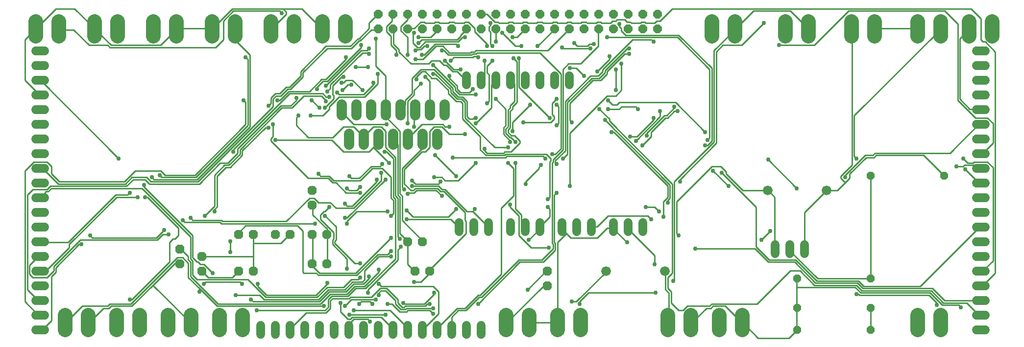
<source format=gbr>
G04 EAGLE Gerber X2 export*
%TF.Part,Single*%
%TF.FileFunction,Copper,L1,Top,Mixed*%
%TF.FilePolarity,Positive*%
%TF.GenerationSoftware,Autodesk,EAGLE,8.7.0*%
%TF.CreationDate,2018-03-25T19:01:44Z*%
G75*
%MOMM*%
%FSLAX34Y34*%
%LPD*%
%AMOC8*
5,1,8,0,0,1.08239X$1,22.5*%
G01*
%ADD10P,1.732040X8X22.500000*%
%ADD11P,1.732040X8X112.500000*%
%ADD12P,1.732040X8X202.500000*%
%ADD13P,1.732040X8X292.500000*%
%ADD14C,1.676400*%
%ADD15C,2.514600*%
%ADD16C,1.524000*%
%ADD17P,1.632244X8X22.500000*%
%ADD18P,1.429621X8X22.500000*%
%ADD19C,1.800000*%
%ADD20C,0.228600*%
%ADD21C,0.756400*%


D10*
X406400Y190500D03*
X431800Y190500D03*
D11*
X215900Y127000D03*
X215900Y152400D03*
D10*
X406400Y139700D03*
X431800Y139700D03*
X342900Y190500D03*
X368300Y190500D03*
X279400Y190500D03*
X304800Y190500D03*
X279400Y127000D03*
X304800Y127000D03*
D12*
X596900Y177800D03*
X571500Y177800D03*
D13*
X177800Y165100D03*
X177800Y139700D03*
X812800Y127000D03*
X812800Y101600D03*
D12*
X609600Y127000D03*
X584200Y127000D03*
D14*
X1016000Y127000D03*
X914400Y127000D03*
X1295400Y266700D03*
X1193800Y266700D03*
D15*
X1339088Y533527D02*
X1339088Y558673D01*
X1378712Y558673D02*
X1378712Y533527D01*
X1150112Y50673D02*
X1150112Y25527D01*
X1110488Y25527D02*
X1110488Y50673D01*
D16*
X495300Y33020D02*
X495300Y17780D01*
X469900Y17780D02*
X469900Y33020D01*
X444500Y33020D02*
X444500Y17780D01*
X419100Y17780D02*
X419100Y33020D01*
X393700Y33020D02*
X393700Y17780D01*
X368300Y17780D02*
X368300Y33020D01*
X342900Y33020D02*
X342900Y17780D01*
X317500Y17780D02*
X317500Y33020D01*
X1554480Y25400D02*
X1569720Y25400D01*
X1569720Y50800D02*
X1554480Y50800D01*
X1554480Y76200D02*
X1569720Y76200D01*
X1569720Y101600D02*
X1554480Y101600D01*
X1554480Y127000D02*
X1569720Y127000D01*
X1569720Y152400D02*
X1554480Y152400D01*
X1554480Y177800D02*
X1569720Y177800D01*
X1569720Y203200D02*
X1554480Y203200D01*
X1554480Y228600D02*
X1569720Y228600D01*
X1569720Y254000D02*
X1554480Y254000D01*
X1554480Y279400D02*
X1569720Y279400D01*
X1569720Y304800D02*
X1554480Y304800D01*
X-55880Y25400D02*
X-71120Y25400D01*
X-71120Y50800D02*
X-55880Y50800D01*
X-55880Y76200D02*
X-71120Y76200D01*
X-71120Y101600D02*
X-55880Y101600D01*
X-55880Y127000D02*
X-71120Y127000D01*
X-71120Y152400D02*
X-55880Y152400D01*
X-55880Y177800D02*
X-71120Y177800D01*
X-71120Y203200D02*
X-55880Y203200D01*
X-55880Y228600D02*
X-71120Y228600D01*
X-71120Y254000D02*
X-55880Y254000D01*
X-55880Y279400D02*
X-71120Y279400D01*
X-71120Y304800D02*
X-55880Y304800D01*
X-55880Y508000D02*
X-71120Y508000D01*
X-71120Y482600D02*
X-55880Y482600D01*
X-55880Y457200D02*
X-71120Y457200D01*
X-71120Y431800D02*
X-55880Y431800D01*
X-55880Y406400D02*
X-71120Y406400D01*
X-71120Y381000D02*
X-55880Y381000D01*
X-55880Y355600D02*
X-71120Y355600D01*
X-71120Y330200D02*
X-55880Y330200D01*
X1554480Y330200D02*
X1569720Y330200D01*
X1569720Y355600D02*
X1554480Y355600D01*
X1554480Y381000D02*
X1569720Y381000D01*
X1569720Y406400D02*
X1554480Y406400D01*
X1554480Y431800D02*
X1569720Y431800D01*
X1569720Y457200D02*
X1554480Y457200D01*
X1554480Y482600D02*
X1569720Y482600D01*
X1569720Y508000D02*
X1554480Y508000D01*
D15*
X1061212Y50673D02*
X1061212Y25527D01*
X1021588Y25527D02*
X1021588Y50673D01*
D16*
X673100Y449580D02*
X673100Y464820D01*
X698500Y464820D02*
X698500Y449580D01*
X723900Y449580D02*
X723900Y464820D01*
X749300Y464820D02*
X749300Y449580D01*
X774700Y449580D02*
X774700Y464820D01*
X800100Y464820D02*
X800100Y449580D01*
X825500Y449580D02*
X825500Y464820D01*
X850900Y464820D02*
X850900Y449580D01*
D17*
X520700Y546100D03*
X520700Y571500D03*
X546100Y546100D03*
X546100Y571500D03*
X571500Y546100D03*
X571500Y571500D03*
X596900Y546100D03*
X596900Y571500D03*
X622300Y546100D03*
X622300Y571500D03*
X647700Y546100D03*
X647700Y571500D03*
X673100Y546100D03*
X673100Y571500D03*
X698500Y546100D03*
X698500Y571500D03*
X723900Y546100D03*
X723900Y571500D03*
X749300Y546100D03*
X749300Y571500D03*
X774700Y546100D03*
X774700Y571500D03*
X800100Y546100D03*
X800100Y571500D03*
X825500Y546100D03*
X825500Y571500D03*
X850900Y546100D03*
X850900Y571500D03*
X876300Y546100D03*
X876300Y571500D03*
X901700Y546100D03*
X901700Y571500D03*
X927100Y546100D03*
X927100Y571500D03*
X952500Y546100D03*
X952500Y571500D03*
X977900Y546100D03*
X977900Y571500D03*
X1003300Y546100D03*
X1003300Y571500D03*
D16*
X520700Y33020D02*
X520700Y17780D01*
X546100Y17780D02*
X546100Y33020D01*
X571500Y33020D02*
X571500Y17780D01*
X596900Y17780D02*
X596900Y33020D01*
X622300Y33020D02*
X622300Y17780D01*
X647700Y17780D02*
X647700Y33020D01*
X673100Y33020D02*
X673100Y17780D01*
X698500Y17780D02*
X698500Y33020D01*
D18*
X1371600Y292100D03*
X1498600Y292100D03*
X1244600Y114300D03*
X1371600Y114300D03*
D16*
X660400Y195580D02*
X660400Y210820D01*
X685800Y210820D02*
X685800Y195580D01*
X711200Y195580D02*
X711200Y210820D01*
X927100Y210820D02*
X927100Y195580D01*
X952500Y195580D02*
X952500Y210820D01*
X977900Y210820D02*
X977900Y195580D01*
X838200Y195580D02*
X838200Y210820D01*
X863600Y210820D02*
X863600Y195580D01*
X889000Y195580D02*
X889000Y210820D01*
X749300Y210820D02*
X749300Y195580D01*
X774700Y195580D02*
X774700Y210820D01*
X800100Y210820D02*
X800100Y195580D01*
X1206500Y172720D02*
X1206500Y157480D01*
X1231900Y157480D02*
X1231900Y172720D01*
X1257300Y172720D02*
X1257300Y157480D01*
D15*
X1581912Y533527D02*
X1581912Y558673D01*
X1542288Y558673D02*
X1542288Y533527D01*
X70612Y533527D02*
X70612Y558673D01*
X30988Y558673D02*
X30988Y533527D01*
X1493012Y533527D02*
X1493012Y558673D01*
X1453388Y558673D02*
X1453388Y533527D01*
X-30988Y533527D02*
X-30988Y558673D01*
X-70612Y558673D02*
X-70612Y533527D01*
X132588Y533527D02*
X132588Y558673D01*
X172212Y558673D02*
X172212Y533527D01*
X464312Y533527D02*
X464312Y558673D01*
X424688Y558673D02*
X424688Y533527D01*
X781812Y50673D02*
X781812Y25527D01*
X742188Y25527D02*
X742188Y50673D01*
X1137412Y533527D02*
X1137412Y558673D01*
X1097788Y558673D02*
X1097788Y533527D01*
X1264412Y533527D02*
X1264412Y558673D01*
X1224788Y558673D02*
X1224788Y533527D01*
X870712Y50673D02*
X870712Y25527D01*
X831088Y25527D02*
X831088Y50673D01*
X375412Y533527D02*
X375412Y558673D01*
X335788Y558673D02*
X335788Y533527D01*
X273812Y533527D02*
X273812Y558673D01*
X234188Y558673D02*
X234188Y533527D01*
D19*
X546100Y364600D02*
X546100Y346600D01*
X533400Y397400D02*
X533400Y415400D01*
X520700Y364600D02*
X520700Y346600D01*
X508000Y397400D02*
X508000Y415400D01*
X495300Y364600D02*
X495300Y346600D01*
X482600Y397400D02*
X482600Y415400D01*
X558800Y415400D02*
X558800Y397400D01*
X571500Y364600D02*
X571500Y346600D01*
X584200Y397400D02*
X584200Y415400D01*
X596900Y364600D02*
X596900Y346600D01*
X609600Y397400D02*
X609600Y415400D01*
X469900Y364600D02*
X469900Y346600D01*
X457200Y397400D02*
X457200Y415400D01*
X622300Y364600D02*
X622300Y346600D01*
X635000Y397400D02*
X635000Y415400D01*
D18*
X1244600Y63500D03*
X1371600Y63500D03*
X1244600Y25400D03*
X1371600Y25400D03*
D15*
X108712Y25527D02*
X108712Y50673D01*
X69088Y50673D02*
X69088Y25527D01*
X1453388Y25527D02*
X1453388Y50673D01*
X1493012Y50673D02*
X1493012Y25527D01*
D13*
X406400Y266700D03*
X406400Y241300D03*
D15*
X19812Y50673D02*
X19812Y25527D01*
X-19812Y25527D02*
X-19812Y50673D01*
X197612Y50673D02*
X197612Y25527D01*
X157988Y25527D02*
X157988Y50673D01*
X286512Y50673D02*
X286512Y25527D01*
X246888Y25527D02*
X246888Y50673D01*
D20*
X563880Y72390D02*
X565785Y70485D01*
X600075Y70485D01*
X617220Y87630D01*
X617220Y89535D01*
X779145Y95250D02*
X811530Y127635D01*
X812800Y127000D01*
X889635Y203835D02*
X899160Y203835D01*
X918210Y222885D01*
X986790Y222885D01*
X992505Y217170D01*
X889635Y203835D02*
X889000Y203200D01*
X461010Y462915D02*
X457200Y462915D01*
X441960Y447675D01*
X441960Y432435D01*
X443865Y430530D01*
X443865Y424815D01*
X428625Y409575D01*
X436245Y238125D02*
X428625Y230505D01*
X426720Y230505D01*
X421005Y224790D01*
X421005Y217170D01*
X443865Y194310D01*
X443865Y182880D01*
X441960Y180975D01*
X441960Y173355D01*
X466725Y148590D01*
X466725Y131445D01*
X455295Y72390D02*
X455295Y57150D01*
X468630Y43815D01*
X472440Y43815D01*
X476250Y47625D01*
X525780Y47625D01*
X546735Y26670D01*
X546100Y25400D01*
D21*
X563880Y72390D03*
X617220Y89535D03*
X779145Y95250D03*
X992505Y217170D03*
X461010Y462915D03*
X428625Y409575D03*
X436245Y238125D03*
X466725Y131445D03*
X455295Y72390D03*
D20*
X1017270Y95250D02*
X1017270Y125730D01*
X1017270Y95250D02*
X1022985Y89535D01*
X1022985Y38100D01*
X1017270Y125730D02*
X1016000Y127000D01*
X1021588Y38100D02*
X1022985Y38100D01*
X653415Y445770D02*
X615315Y483870D01*
X653415Y445770D02*
X653415Y440055D01*
X661035Y432435D01*
X689610Y432435D01*
X723900Y424815D02*
X741045Y407670D01*
X741045Y379095D01*
X737235Y375285D01*
X737235Y363855D01*
X748665Y352425D01*
X748665Y350520D01*
X689610Y314325D02*
X659130Y283845D01*
X636270Y283845D01*
X630555Y289560D01*
X617220Y289560D01*
D21*
X615315Y483870D03*
X689610Y432435D03*
X723900Y424815D03*
X748665Y350520D03*
X689610Y314325D03*
X617220Y289560D03*
D20*
X491490Y514350D02*
X491490Y518160D01*
X491490Y514350D02*
X432435Y455295D01*
X424815Y455295D01*
X415290Y445770D01*
X415290Y441960D01*
X405765Y422910D02*
X419100Y409575D01*
X428625Y222885D02*
X447675Y203835D01*
X447675Y180975D01*
X445770Y179070D01*
X445770Y175260D01*
X480060Y140970D01*
X489585Y140970D01*
D21*
X491490Y518160D03*
X415290Y441960D03*
X405765Y422910D03*
X419100Y409575D03*
X428625Y222885D03*
X489585Y140970D03*
D20*
X630555Y508635D02*
X634365Y508635D01*
X641985Y501015D01*
X681990Y501015D01*
X683895Y502920D01*
X689610Y502920D01*
X691515Y504825D01*
X800100Y504825D01*
X836295Y468630D01*
X836295Y339090D01*
X826770Y329565D01*
X821055Y329565D01*
X802005Y310515D02*
X798195Y306705D01*
X798195Y304800D01*
X775335Y281940D01*
X775335Y278130D01*
X560070Y169545D02*
X554355Y163830D01*
X554355Y146685D01*
X502920Y95250D01*
X502920Y89535D01*
X502920Y43815D02*
X506730Y40005D01*
X502920Y43815D02*
X478155Y43815D01*
X470535Y36195D01*
X470535Y26670D01*
X469900Y25400D01*
D21*
X630555Y508635D03*
X821055Y329565D03*
X802005Y310515D03*
X775335Y278130D03*
X560070Y169545D03*
X502920Y89535D03*
X506730Y40005D03*
D20*
X379095Y392430D02*
X382905Y396240D01*
X379095Y392430D02*
X379095Y379095D01*
X400050Y358140D01*
X441960Y358140D01*
X461010Y377190D01*
X478155Y377190D01*
X495300Y360045D01*
X495300Y355600D01*
X1213485Y518160D02*
X1274445Y518160D01*
X1333500Y577215D01*
X1499235Y577215D01*
X1522095Y554355D01*
X1522095Y422910D01*
X1552575Y392430D01*
X1573530Y392430D01*
X1583055Y382905D01*
X1583055Y348615D01*
X1565910Y331470D01*
X1562100Y331470D01*
X1562100Y330200D01*
X512445Y377190D02*
X495300Y360045D01*
X512445Y377190D02*
X525780Y377190D01*
X533400Y369570D01*
X533400Y340995D01*
X550545Y323850D01*
X550545Y257175D01*
X554355Y253365D01*
X554355Y186690D01*
X558165Y182880D01*
X984885Y361950D02*
X984885Y365760D01*
X1015365Y396240D01*
X1019175Y396240D01*
X1032510Y409575D01*
X1032510Y411480D01*
X495300Y356235D02*
X495300Y355600D01*
D21*
X382905Y396240D03*
X1213485Y518160D03*
X558165Y182880D03*
X984885Y361950D03*
X1032510Y411480D03*
D20*
X546735Y520065D02*
X546735Y544830D01*
X546735Y520065D02*
X556260Y510540D01*
X556260Y506730D01*
X577215Y485775D01*
X607695Y485775D01*
X613410Y491490D01*
X626745Y491490D01*
X634365Y483870D01*
X638175Y483870D01*
X649605Y472440D01*
X657225Y472440D01*
X672465Y457200D01*
X546735Y544830D02*
X546100Y546100D01*
X672465Y457200D02*
X673100Y457200D01*
X1463040Y327660D02*
X1498600Y292100D01*
X1463040Y327660D02*
X1381125Y327660D01*
X1377315Y323850D01*
X1363980Y323850D01*
X1335405Y295275D01*
X1335405Y287655D01*
X1327785Y280035D02*
X1314450Y266700D01*
X1327785Y280035D02*
X1335405Y287655D01*
X1314450Y266700D02*
X1295400Y266700D01*
X1257300Y228600D02*
X1257300Y165100D01*
X1257300Y228600D02*
X1295400Y266700D01*
X1339215Y310515D02*
X1339215Y544830D01*
X1339215Y310515D02*
X1320165Y291465D01*
X1320165Y287655D01*
X1327785Y280035D01*
X1339215Y544830D02*
X1339088Y546100D01*
X533400Y51435D02*
X470535Y51435D01*
X582930Y108585D02*
X594360Y108585D01*
X609600Y123825D01*
X609600Y127000D01*
X716280Y449580D02*
X723900Y457200D01*
X716280Y449580D02*
X716280Y409575D01*
X689610Y382905D01*
X670560Y363855D02*
X643890Y363855D01*
X630555Y377190D01*
X617220Y377190D01*
X609600Y369570D01*
X609600Y340995D01*
X601980Y333375D01*
X596265Y333375D01*
X565785Y302895D01*
X565785Y278130D01*
X577215Y266700D01*
X581025Y266700D01*
X584835Y270510D01*
X622935Y270510D01*
X628650Y264795D01*
X634365Y264795D01*
X670560Y228600D01*
X670560Y215265D01*
X672465Y213360D01*
X672465Y192405D01*
X609600Y129540D01*
X609600Y127000D01*
D21*
X470535Y51435D03*
X533400Y51435D03*
X582930Y108585D03*
X689610Y382905D03*
X670560Y363855D03*
D20*
X72390Y321945D02*
X-62865Y457200D01*
X-63500Y457200D01*
X800100Y203835D02*
X817245Y220980D01*
X817245Y234315D01*
X813435Y238125D01*
X1327785Y289560D02*
X1327785Y293370D01*
X1362075Y327660D01*
X1375410Y327660D01*
X1379220Y331470D01*
X1508760Y331470D01*
X1558290Y381000D01*
X1562100Y381000D01*
X800100Y203835D02*
X800100Y203200D01*
X280035Y194310D02*
X280035Y190500D01*
X280035Y194310D02*
X291465Y205740D01*
X381000Y205740D01*
X390525Y196215D01*
X390525Y125730D01*
X392430Y123825D01*
X413385Y123825D01*
X417195Y120015D01*
X483870Y120015D01*
X520065Y156210D01*
X537210Y156210D01*
X542925Y161925D01*
X781050Y180975D02*
X800100Y200025D01*
X800100Y203200D01*
X280035Y190500D02*
X279400Y190500D01*
D21*
X72390Y321945D03*
X813435Y238125D03*
X1327785Y289560D03*
X542925Y161925D03*
X781050Y180975D03*
D20*
X440055Y354330D02*
X342900Y354330D01*
X440055Y354330D02*
X461010Y333375D01*
X504825Y333375D01*
X512445Y340995D02*
X520065Y348615D01*
X512445Y340995D02*
X504825Y333375D01*
X520065Y348615D02*
X520065Y354330D01*
X520700Y355600D01*
X512445Y340995D02*
X539115Y314325D01*
X619125Y327660D02*
X655320Y291465D01*
X977265Y344805D02*
X992505Y360045D01*
X992505Y367665D01*
X1017270Y392430D01*
X1021080Y392430D01*
X1032510Y403860D01*
X1038225Y403860D01*
D21*
X342900Y354330D03*
X539115Y314325D03*
X619125Y327660D03*
X655320Y291465D03*
X977265Y344805D03*
X1038225Y403860D03*
D20*
X954405Y502920D02*
X946785Y502920D01*
X916305Y472440D01*
X916305Y468630D01*
X904875Y457200D01*
X891540Y457200D01*
X851535Y417195D01*
X851535Y388620D01*
X855345Y384810D01*
X689610Y392430D02*
X685800Y392430D01*
X683895Y390525D01*
X678180Y390525D01*
X674370Y394335D01*
X674370Y421005D01*
X666750Y428625D01*
X659130Y428625D01*
X649605Y438150D01*
X649605Y443865D01*
X617220Y476250D01*
X594360Y476250D01*
X579120Y461010D01*
X579120Y434340D01*
X567690Y422910D01*
X567690Y415290D01*
X558800Y406400D01*
D21*
X954405Y502920D03*
X855345Y384810D03*
X689610Y392430D03*
D20*
X582930Y546735D02*
X571500Y546735D01*
X582930Y546735D02*
X594360Y558165D01*
X600075Y558165D01*
X601980Y556260D01*
X617220Y556260D01*
X619125Y558165D01*
X624840Y558165D01*
X626745Y556260D01*
X641985Y556260D01*
X643890Y558165D01*
X651510Y558165D01*
X653415Y556260D01*
X668655Y556260D01*
X670560Y558165D01*
X676275Y558165D01*
X687705Y546735D01*
X687705Y541020D01*
X708660Y520065D01*
X708660Y516255D01*
X704850Y491490D02*
X704850Y462915D01*
X699135Y457200D01*
X571500Y546100D02*
X571500Y546735D01*
X698500Y457200D02*
X699135Y457200D01*
D21*
X708660Y516255D03*
X704850Y491490D03*
D20*
X916305Y531495D02*
X1038225Y531495D01*
X1093470Y476250D01*
X1093470Y358140D01*
X1089660Y354330D01*
X1535430Y302895D02*
X1558290Y280035D01*
X1562100Y280035D01*
X1562100Y279400D01*
D21*
X916305Y531495D03*
X1089660Y354330D03*
X1535430Y302895D03*
D20*
X864870Y516255D02*
X859155Y521970D01*
X864870Y516255D02*
X882015Y516255D01*
X885825Y520065D01*
X893445Y520065D01*
D21*
X859155Y521970D03*
X893445Y520065D03*
D20*
X1114425Y297180D02*
X1173480Y238125D01*
X1173480Y169545D01*
X1196340Y146685D01*
X1242060Y146685D01*
X1278255Y110490D01*
X1350645Y110490D01*
X1360170Y100965D01*
X1457325Y100965D01*
X1558290Y201930D01*
X1562100Y201930D01*
X1562100Y203200D01*
D21*
X1114425Y297180D03*
D20*
X840105Y512445D02*
X838200Y514350D01*
X840105Y512445D02*
X887730Y512445D01*
X931545Y476250D02*
X931545Y440055D01*
X1099185Y300990D02*
X1125855Y274320D01*
D21*
X838200Y514350D03*
X887730Y512445D03*
X931545Y476250D03*
X931545Y440055D03*
X1099185Y300990D03*
X1125855Y274320D03*
D20*
X862965Y478155D02*
X851535Y478155D01*
X862965Y478155D02*
X876300Y464820D01*
X918210Y422910D02*
X925830Y415290D01*
X933450Y415290D01*
X937260Y419100D01*
X1034415Y419100D01*
X1085850Y367665D01*
X1194435Y320040D02*
X1243965Y270510D01*
D21*
X851535Y478155D03*
X876300Y464820D03*
X918210Y422910D03*
X1085850Y367665D03*
X1194435Y320040D03*
X1243965Y270510D03*
D20*
X714375Y552450D02*
X714375Y556260D01*
X714375Y552450D02*
X712470Y550545D01*
X712470Y542925D01*
X714375Y541020D01*
X714375Y520065D01*
X718185Y516255D01*
X718185Y491490D02*
X708660Y481965D01*
X708660Y470535D01*
X712470Y466725D01*
X712470Y421005D01*
X708660Y417195D01*
X918210Y407670D02*
X937260Y407670D01*
X941070Y411480D01*
X965835Y411480D01*
X969645Y407670D01*
X1531620Y321945D02*
X1539240Y314325D01*
X1548765Y314325D01*
X1550670Y316230D01*
X1573530Y316230D01*
X1583055Y306705D01*
X1583055Y144780D01*
X1565910Y127635D01*
X1562100Y127635D01*
X1562100Y127000D01*
D21*
X714375Y556260D03*
X718185Y516255D03*
X718185Y491490D03*
X708660Y417195D03*
X918210Y407670D03*
X969645Y407670D03*
X1531620Y321945D03*
D20*
X708660Y571500D02*
X698500Y571500D01*
X708660Y571500D02*
X721995Y558165D01*
X727710Y558165D01*
X729615Y556260D01*
X744855Y556260D01*
X746760Y558165D01*
X752475Y558165D01*
X754380Y556260D01*
X769620Y556260D01*
X771525Y558165D01*
X777240Y558165D01*
X779145Y556260D01*
X794385Y556260D01*
X796290Y558165D01*
X803910Y558165D01*
X805815Y556260D01*
X821055Y556260D01*
X822960Y558165D01*
X828675Y558165D01*
X830580Y556260D01*
X845820Y556260D01*
X847725Y558165D01*
X853440Y558165D01*
X855345Y556260D01*
X870585Y556260D01*
X872490Y558165D01*
X880110Y558165D01*
X882015Y556260D01*
X897255Y556260D01*
X899160Y558165D01*
X904875Y558165D01*
X906780Y556260D01*
X922020Y556260D01*
X925830Y560070D01*
X931545Y560070D01*
X933450Y561975D01*
X946785Y561975D01*
X950595Y558165D01*
X956310Y558165D01*
X958215Y556260D01*
X973455Y556260D01*
X975360Y558165D01*
X981075Y558165D01*
X982980Y556260D01*
X998220Y556260D01*
X1002030Y560070D01*
X1007745Y560070D01*
X1028700Y581025D01*
X1544955Y581025D01*
X1562100Y563880D01*
X1562100Y527685D01*
X1565910Y523875D01*
X1569720Y523875D01*
X1586865Y506730D01*
X1586865Y123825D01*
X1565910Y102870D01*
X1562100Y102870D01*
X1562100Y101600D01*
X758190Y516255D02*
X735330Y539115D01*
X758190Y516255D02*
X767715Y516255D01*
X763905Y495300D02*
X763905Y445770D01*
X817245Y392430D01*
X923925Y367665D02*
X927735Y367665D01*
X1021080Y274320D01*
X1021080Y255270D01*
X1013460Y247650D01*
X1013460Y220980D01*
X1068705Y165735D02*
X1171575Y165735D01*
X1194435Y142875D01*
X1240155Y142875D01*
X1276350Y106680D01*
X1348740Y106680D01*
X1358265Y97155D01*
X1478280Y97155D01*
X1499235Y76200D01*
X1562100Y76200D01*
D21*
X735330Y539115D03*
X767715Y516255D03*
X763905Y495300D03*
X817245Y392430D03*
X923925Y367665D03*
X1013460Y220980D03*
X1068705Y165735D03*
D20*
X651510Y476250D02*
X636270Y491490D01*
X651510Y476250D02*
X662940Y476250D01*
X902970Y407670D02*
X920115Y390525D01*
X920115Y386715D01*
X1028700Y278130D01*
X1028700Y123825D01*
X1021080Y116205D01*
X1021080Y97155D01*
X1026795Y91440D01*
X1026795Y72390D01*
X1040130Y59055D01*
X1047750Y59055D01*
X1055370Y66675D01*
X1093470Y66675D01*
X1097280Y70485D01*
X1175385Y70485D01*
X1232535Y127635D01*
X1249680Y127635D01*
X1274445Y102870D01*
X1346835Y102870D01*
X1356360Y93345D01*
X1476375Y93345D01*
X1497330Y72390D01*
X1537335Y72390D01*
X1558290Y51435D01*
X1562100Y51435D01*
X1562100Y50800D01*
D21*
X636270Y491490D03*
X662940Y476250D03*
X902970Y407670D03*
D20*
X571500Y561975D02*
X571500Y571500D01*
X571500Y561975D02*
X560070Y550545D01*
X560070Y542925D01*
X571500Y531495D01*
X571500Y501015D01*
X491490Y74295D02*
X487680Y70485D01*
X491490Y74295D02*
X506730Y74295D01*
X510540Y70485D01*
X537210Y70485D02*
X544830Y70485D01*
X558165Y57150D01*
X569595Y57150D01*
X571500Y59055D01*
X609600Y59055D01*
X615315Y53340D01*
X868680Y70485D02*
X868680Y74295D01*
X883920Y89535D01*
X1000125Y89535D01*
X1346835Y87630D02*
X1350645Y87630D01*
X1352550Y85725D01*
X1472565Y85725D01*
X1485900Y72390D01*
X1485900Y68580D01*
D21*
X571500Y501015D03*
X487680Y70485D03*
X510540Y70485D03*
X537210Y70485D03*
X615315Y53340D03*
X868680Y70485D03*
X1000125Y89535D03*
X1346835Y87630D03*
X1485900Y68580D03*
D20*
X937260Y550545D02*
X937260Y554355D01*
X937260Y550545D02*
X941070Y546735D01*
X941070Y542925D01*
X948690Y535305D01*
X1040130Y535305D01*
X1097280Y478155D01*
X1097280Y352425D01*
X1089660Y344805D01*
X1085850Y344805D01*
X1520190Y308610D02*
X1531620Y308610D01*
X1533525Y310515D01*
X1556385Y310515D01*
X1562100Y304800D01*
D21*
X937260Y554355D03*
X1085850Y344805D03*
X1520190Y308610D03*
D20*
X520065Y544830D02*
X508635Y544830D01*
X489585Y525780D01*
X487680Y525780D01*
X474345Y512445D01*
X432435Y512445D01*
X390525Y470535D01*
X390525Y462915D01*
X369570Y441960D01*
X363855Y441960D01*
X352425Y430530D01*
X344805Y430530D01*
X339090Y424815D01*
X339090Y411480D01*
X209550Y281940D01*
X127635Y281940D01*
X120015Y289560D01*
X95250Y289560D01*
X83820Y278130D01*
X-32385Y278130D01*
X-59055Y304800D01*
X-63500Y304800D01*
X520065Y544830D02*
X520700Y546100D01*
X621030Y544830D02*
X621030Y541020D01*
X611505Y531495D01*
X590550Y531495D01*
X504825Y512445D02*
X501015Y508635D01*
X491490Y508635D01*
X430530Y447675D01*
X621030Y544830D02*
X622300Y546100D01*
D21*
X590550Y531495D03*
X504825Y512445D03*
X430530Y447675D03*
D20*
X582930Y440055D02*
X594360Y451485D01*
X582930Y440055D02*
X582930Y432435D01*
X571500Y421005D01*
X571500Y382905D01*
X489585Y116205D02*
X485775Y112395D01*
X474345Y112395D01*
X461010Y99060D01*
X432435Y99060D01*
X415290Y81915D01*
X325755Y81915D01*
X295275Y112395D01*
X207645Y112395D01*
X200025Y120015D01*
X200025Y144780D01*
X196215Y148590D01*
X196215Y186690D01*
X112395Y270510D01*
X-43815Y270510D01*
X-49530Y264795D01*
X-53340Y264795D01*
X-62865Y255270D01*
X-63500Y254000D01*
D21*
X594360Y451485D03*
X571500Y382905D03*
X489585Y116205D03*
D20*
X662940Y535305D02*
X672465Y544830D01*
X662940Y535305D02*
X662940Y533400D01*
X657225Y527685D01*
X596265Y527685D01*
X590550Y521970D01*
X504825Y502920D02*
X502920Y504825D01*
X493395Y504825D01*
X438150Y449580D01*
X438150Y443865D01*
X432435Y438150D01*
X672465Y544830D02*
X673100Y546100D01*
D21*
X590550Y521970D03*
X504825Y502920D03*
X432435Y438150D03*
D20*
X655320Y520065D02*
X659130Y516255D01*
X655320Y520065D02*
X619125Y520065D01*
X600075Y501015D01*
X596265Y501015D01*
X474345Y449580D02*
X468630Y449580D01*
X459105Y440055D01*
X430530Y422910D02*
X430530Y421005D01*
X430530Y422910D02*
X422910Y430530D01*
X392430Y430530D01*
X371475Y409575D01*
X354330Y409575D01*
X281940Y337185D01*
X281940Y329565D01*
X262890Y310515D01*
X255270Y310515D01*
X238125Y293370D01*
X238125Y240030D01*
X220980Y222885D01*
D21*
X659130Y516255D03*
X596265Y501015D03*
X474345Y449580D03*
X459105Y440055D03*
X430530Y421005D03*
X220980Y222885D03*
D20*
X723900Y523875D02*
X723900Y546100D01*
X691515Y499110D02*
X693420Y497205D01*
X691515Y499110D02*
X685800Y499110D01*
X683895Y497205D01*
X651510Y497205D01*
X645795Y491490D01*
X512445Y453390D02*
X512445Y449580D01*
X495300Y432435D01*
X453390Y432435D01*
X449580Y436245D01*
X436245Y428625D02*
X430530Y428625D01*
X424815Y434340D01*
X367665Y434340D01*
X270510Y337185D01*
X270510Y333375D01*
X91440Y262890D02*
X87630Y259080D01*
X66675Y259080D01*
X-15240Y177165D01*
X-62865Y177165D01*
X-63500Y177800D01*
D21*
X723900Y523875D03*
X693420Y497205D03*
X645795Y491490D03*
X512445Y453390D03*
X449580Y436245D03*
X436245Y428625D03*
X270510Y333375D03*
X91440Y262890D03*
D20*
X754380Y495300D02*
X760095Y489585D01*
X760095Y419100D01*
X752475Y411480D01*
X752475Y407670D01*
X748665Y403860D01*
X748665Y375285D01*
X744855Y371475D01*
X744855Y367665D01*
X750570Y361950D01*
X756285Y361950D01*
X765810Y352425D01*
X765810Y348615D01*
X750570Y333375D01*
X739140Y333375D01*
X737235Y331470D01*
X708660Y331470D01*
X704850Y335280D01*
X704850Y339090D01*
X525780Y297180D02*
X525780Y283845D01*
X478155Y236220D01*
X447675Y236220D01*
X438150Y245745D01*
X417195Y245745D01*
X409575Y253365D01*
X401955Y253365D01*
X361950Y213360D01*
X251460Y213360D01*
X249555Y215265D01*
X200025Y215265D01*
X196215Y219075D01*
X158115Y190500D02*
X148590Y190500D01*
X139065Y180975D01*
X5715Y180975D01*
X-40005Y135255D01*
X-40005Y127635D01*
X-51435Y116205D01*
X-76200Y116205D01*
X-81915Y121920D01*
X-81915Y137160D01*
X-66675Y152400D01*
X-63500Y152400D01*
D21*
X754380Y495300D03*
X704850Y339090D03*
X525780Y297180D03*
X196215Y219075D03*
X158115Y190500D03*
D20*
X760095Y531495D02*
X774700Y546100D01*
X760095Y531495D02*
X752475Y531495D01*
X670560Y531495D02*
X666750Y531495D01*
X659130Y523875D01*
X601980Y523875D01*
X592455Y514350D01*
X588645Y514350D01*
X581025Y521970D01*
X581025Y537210D01*
X582930Y539115D01*
X295275Y493395D02*
X291465Y497205D01*
X295275Y493395D02*
X295275Y379095D01*
X205740Y289560D01*
X146685Y289560D01*
X142875Y293370D01*
X104775Y255270D02*
X68580Y255270D01*
X-13335Y173355D01*
X-13335Y167640D01*
X-53340Y127635D01*
X-62865Y127635D01*
X-63500Y127000D01*
D21*
X752475Y531495D03*
X670560Y531495D03*
X582930Y539115D03*
X291465Y497205D03*
X142875Y293370D03*
X104775Y255270D03*
D20*
X821055Y417195D02*
X828675Y424815D01*
X821055Y417195D02*
X821055Y398145D01*
X824865Y394335D01*
X824865Y390525D01*
X819150Y384810D01*
X771525Y384810D01*
X535305Y333375D02*
X531495Y333375D01*
X535305Y333375D02*
X546735Y321945D01*
X546735Y255270D01*
X550545Y251460D01*
X550545Y148590D01*
X499110Y97155D01*
X481965Y97155D01*
X468630Y83820D01*
X440055Y83820D01*
X434340Y78105D01*
X434340Y64770D01*
X428625Y59055D01*
X310515Y59055D01*
D21*
X828675Y424815D03*
X771525Y384810D03*
X531495Y333375D03*
X310515Y59055D03*
D20*
X796290Y516255D02*
X824865Y544830D01*
X493395Y440055D02*
X476250Y457200D01*
X464820Y457200D01*
X461010Y453390D01*
X457200Y453390D01*
X379095Y426720D02*
X379095Y422910D01*
X369570Y413385D01*
X352425Y413385D01*
X278130Y339090D01*
X278130Y331470D01*
X260985Y314325D01*
X247650Y314325D01*
X211455Y278130D01*
X125730Y278130D01*
X118110Y285750D01*
X97155Y285750D01*
X85725Y274320D01*
X-45720Y274320D01*
X-51435Y268605D01*
X-76200Y268605D01*
X-85725Y259080D01*
X-85725Y95250D01*
X-66675Y76200D01*
X-63500Y76200D01*
X824865Y544830D02*
X825500Y546100D01*
D21*
X796290Y516255D03*
X493395Y440055D03*
X457200Y453390D03*
X379095Y426720D03*
D20*
X813435Y508635D02*
X850900Y546100D01*
X813435Y508635D02*
X689610Y508635D01*
X687705Y506730D01*
X681990Y506730D01*
X680085Y504825D01*
X643890Y504825D01*
X632460Y516255D01*
X621030Y516255D01*
X598170Y493395D01*
X584835Y493395D01*
X502920Y480060D02*
X481965Y480060D01*
X464820Y493395D02*
X464820Y497205D01*
X464820Y493395D02*
X430530Y459105D01*
X422910Y459105D01*
X401955Y438150D01*
X365760Y438150D01*
X350520Y422910D01*
X346710Y422910D01*
X291465Y419100D02*
X287655Y422910D01*
X291465Y419100D02*
X291465Y381000D01*
X203835Y293370D01*
X152400Y293370D01*
X144780Y300990D01*
X100965Y300990D01*
X81915Y281940D01*
X-30480Y281940D01*
X-43815Y295275D01*
X-43815Y308610D01*
X-51435Y316230D01*
X-74295Y316230D01*
X-89535Y300990D01*
X-89535Y74295D01*
X-64770Y49530D01*
X-63500Y50800D01*
D21*
X584835Y493395D03*
X502920Y480060D03*
X481965Y480060D03*
X464820Y497205D03*
X346710Y422910D03*
X287655Y422910D03*
D20*
X996315Y392430D02*
X996315Y388620D01*
X967740Y360045D01*
X956310Y360045D01*
X628650Y281940D02*
X624840Y278130D01*
X584835Y278130D01*
X579120Y283845D01*
X489585Y272415D02*
X483870Y266700D01*
X470535Y266700D01*
X466725Y270510D01*
X411480Y209550D02*
X249555Y209550D01*
X247650Y211455D01*
X186690Y211455D01*
X182880Y215265D01*
X150495Y198120D02*
X137160Y184785D01*
X26670Y184785D01*
X22860Y188595D01*
X7620Y173355D02*
X3810Y173355D01*
X-36195Y133350D01*
X-36195Y125730D01*
X-43815Y118110D01*
X-43815Y41910D01*
X-59055Y26670D01*
X-62865Y26670D01*
X-63500Y25400D01*
D21*
X996315Y392430D03*
X956310Y360045D03*
X628650Y281940D03*
X579120Y283845D03*
X489585Y272415D03*
X466725Y270510D03*
X411480Y209550D03*
X182880Y215265D03*
X150495Y198120D03*
X22860Y188595D03*
X7620Y173355D03*
D20*
X992505Y527685D02*
X996315Y523875D01*
X992505Y527685D02*
X960120Y527685D01*
X908685Y476250D01*
X908685Y472440D01*
X901065Y464820D01*
X887730Y464820D01*
X843915Y421005D01*
X843915Y335280D01*
X826770Y318135D01*
X826770Y314325D01*
X828675Y312420D01*
X533400Y285750D02*
X466725Y219075D01*
X462915Y219075D01*
D21*
X996315Y523875D03*
X828675Y312420D03*
X533400Y285750D03*
X462915Y219075D03*
D20*
X1007745Y394335D02*
X1007745Y403860D01*
X1007745Y394335D02*
X965835Y352425D01*
X828675Y262890D02*
X824865Y259080D01*
X824865Y177165D01*
X826770Y175260D01*
X826770Y163830D01*
X805815Y142875D01*
X765810Y142875D01*
X693420Y70485D01*
X609600Y70485D02*
X605790Y70485D01*
X601980Y66675D01*
X567690Y66675D01*
X565785Y64770D01*
X561975Y64770D01*
X554355Y72390D01*
X554355Y78105D01*
X535305Y97155D01*
X523875Y97155D01*
X508635Y81915D01*
X472440Y81915D01*
X470535Y80010D01*
X441960Y80010D01*
X438150Y76200D01*
X438150Y62865D01*
X430530Y55245D01*
X396240Y55245D01*
X367665Y26670D01*
X368300Y25400D01*
D21*
X1007745Y403860D03*
X965835Y352425D03*
X828675Y262890D03*
X693420Y70485D03*
X609600Y70485D03*
D20*
X950595Y512445D02*
X954405Y512445D01*
X950595Y512445D02*
X912495Y474345D01*
X912495Y470535D01*
X902970Y461010D01*
X889635Y461010D01*
X847725Y419100D01*
X847725Y329565D01*
X840105Y321945D01*
X809625Y321945D02*
X805815Y325755D01*
X742950Y325755D01*
X741045Y323850D01*
X649605Y323850D01*
X518160Y285750D02*
X518160Y281940D01*
X476250Y240030D01*
X466725Y240030D01*
X462915Y243840D01*
D21*
X954405Y512445D03*
X840105Y321945D03*
X809625Y321945D03*
X649605Y323850D03*
X518160Y285750D03*
X462915Y243840D03*
D20*
X941070Y440055D02*
X941070Y485775D01*
X941070Y440055D02*
X931545Y430530D01*
X916305Y430530D01*
X851535Y365760D01*
X851535Y274320D01*
X630555Y257175D02*
X621030Y266700D01*
X586740Y266700D01*
X582930Y262890D01*
X573405Y262890D01*
X571500Y260985D01*
X537210Y230505D02*
X483870Y230505D01*
X466725Y213360D01*
X466725Y209550D01*
D21*
X941070Y485775D03*
X851535Y274320D03*
X630555Y257175D03*
X571500Y260985D03*
X537210Y230505D03*
X466725Y209550D03*
D20*
X683895Y230505D02*
X711200Y203200D01*
X683895Y230505D02*
X674370Y230505D01*
X636270Y268605D01*
X630555Y268605D01*
X624840Y274320D01*
X579120Y274320D01*
X521970Y129540D02*
X521970Y125730D01*
X497205Y100965D01*
X480060Y100965D01*
X466725Y87630D01*
X438150Y87630D01*
X421005Y70485D01*
X243840Y70485D01*
X196215Y118110D01*
X196215Y142875D01*
X192405Y146685D01*
X192405Y152400D01*
X179070Y165735D01*
X177800Y165100D01*
X1148715Y518160D02*
X1186815Y556260D01*
X1148715Y518160D02*
X1116330Y518160D01*
X1104900Y506730D01*
X1104900Y348615D01*
X1042035Y285750D01*
X1042035Y281940D01*
X687705Y234315D02*
X683895Y230505D01*
D21*
X579120Y274320D03*
X521970Y129540D03*
X1186815Y556260D03*
X1042035Y281940D03*
X687705Y234315D03*
D20*
X533400Y394335D02*
X533400Y406400D01*
X533400Y394335D02*
X558165Y369570D01*
X558165Y260985D01*
X561975Y257175D01*
X561975Y215265D01*
X598170Y179070D01*
X596900Y177800D01*
X-5715Y544830D02*
X-30480Y544830D01*
X-5715Y544830D02*
X20955Y518160D01*
X53340Y518160D01*
X57150Y514350D01*
X240030Y514350D01*
X253365Y527685D01*
X253365Y560070D01*
X270510Y577215D01*
X350520Y577215D01*
X354330Y573405D01*
X516255Y529590D02*
X516255Y481965D01*
X533400Y464820D01*
X533400Y406400D01*
X-30480Y544830D02*
X-30988Y546100D01*
X1343025Y396240D02*
X1491615Y544830D01*
X1343025Y396240D02*
X1343025Y325755D01*
X1346835Y321945D01*
X1491615Y544830D02*
X1493012Y546100D01*
D21*
X354330Y573405D03*
X516255Y529590D03*
X1346835Y321945D03*
D20*
X407670Y190500D02*
X407670Y140970D01*
X406400Y139700D01*
X406400Y190500D02*
X407670Y190500D01*
X226695Y116205D02*
X215900Y127000D01*
X226695Y116205D02*
X268605Y116205D01*
X279400Y127000D01*
X1205865Y165735D02*
X1205865Y255270D01*
X1194435Y266700D01*
X1205865Y165735D02*
X1206500Y165100D01*
X1194435Y266700D02*
X1193800Y266700D01*
X830580Y38100D02*
X781812Y38100D01*
X916305Y201930D02*
X925830Y201930D01*
X916305Y201930D02*
X899160Y184785D01*
X853440Y184785D01*
X845820Y192405D02*
X838200Y200025D01*
X845820Y192405D02*
X853440Y184785D01*
X838200Y200025D02*
X838200Y203200D01*
X830580Y177165D02*
X830580Y38100D01*
X830580Y177165D02*
X845820Y192405D01*
X831088Y38100D02*
X830580Y38100D01*
X1150620Y266700D02*
X1193800Y266700D01*
X1150620Y266700D02*
X1122045Y295275D01*
X1122045Y299085D01*
X1112520Y308610D01*
X1097280Y308610D01*
X1036320Y247650D01*
X1036320Y192405D01*
X1040130Y188595D01*
X950595Y177165D02*
X925830Y201930D01*
X927100Y203200D01*
X407670Y139065D02*
X407670Y135255D01*
X419100Y123825D01*
X481965Y123825D01*
X542925Y184785D01*
X569595Y217170D02*
X645795Y217170D01*
X659130Y203835D01*
X407670Y139065D02*
X406400Y139700D01*
X659130Y203835D02*
X660400Y203200D01*
D21*
X1040130Y188595D03*
X950595Y177165D03*
X542925Y184785D03*
X569595Y217170D03*
D20*
X596265Y339090D02*
X596265Y354330D01*
X596265Y339090D02*
X561975Y304800D01*
X561975Y272415D01*
X565785Y268605D01*
X516255Y78105D02*
X474345Y78105D01*
X462915Y66675D01*
X426720Y66675D02*
X241935Y66675D01*
X211455Y97155D02*
X192405Y116205D01*
X211455Y97155D02*
X241935Y66675D01*
X192405Y116205D02*
X192405Y140970D01*
X182880Y150495D01*
X173355Y150495D01*
X93345Y70485D01*
X57150Y70485D01*
X53340Y66675D01*
X9525Y66675D01*
X-19050Y38100D01*
X596265Y354330D02*
X596900Y355600D01*
X-19050Y38100D02*
X-19812Y38100D01*
X211455Y91440D02*
X211455Y97155D01*
D21*
X565785Y268605D03*
X516255Y78105D03*
X462915Y66675D03*
X426720Y66675D03*
X211455Y91440D03*
D20*
X1030605Y110490D02*
X1032510Y112395D01*
X1032510Y281940D01*
X1101090Y350520D01*
X1101090Y508635D01*
X1137285Y544830D01*
X1137412Y546100D01*
X1232535Y577215D02*
X1263015Y546735D01*
X1232535Y577215D02*
X1169670Y577215D01*
X1139190Y546735D01*
X1263015Y546735D02*
X1264412Y546100D01*
X1139190Y546735D02*
X1137412Y546100D01*
X274320Y544830D02*
X274320Y525780D01*
X299085Y501015D01*
X299085Y377190D01*
X207645Y285750D01*
X133350Y285750D01*
X129540Y289560D01*
X116205Y276225D02*
X116205Y272415D01*
X200025Y188595D01*
X200025Y150495D01*
X207645Y142875D01*
X209550Y142875D01*
X213360Y139065D01*
X219075Y139065D01*
X234315Y123825D01*
X274320Y85725D02*
X316230Y85725D01*
X323850Y78105D01*
X417195Y78105D01*
X434340Y95250D01*
X462915Y95250D01*
X476250Y108585D01*
X493395Y108585D01*
X497205Y112395D01*
X497205Y127635D01*
X521970Y152400D01*
X542925Y152400D01*
X274320Y544830D02*
X273812Y546100D01*
D21*
X1030605Y110490D03*
X129540Y289560D03*
X116205Y276225D03*
X234315Y123825D03*
X274320Y85725D03*
X542925Y152400D03*
D20*
X862965Y74295D02*
X914400Y125730D01*
X862965Y74295D02*
X855345Y74295D01*
X615315Y62865D02*
X569595Y62865D01*
X567690Y60960D01*
X560070Y60960D01*
X550545Y70485D01*
X550545Y76200D01*
X533400Y93345D01*
X525780Y93345D01*
X521970Y89535D01*
X521970Y85725D01*
X504825Y114300D02*
X504825Y118110D01*
X504825Y114300D02*
X495300Y104775D01*
X478155Y104775D01*
X464820Y91440D01*
X436245Y91440D01*
X419100Y74295D01*
X304800Y74295D01*
X300990Y78105D01*
X264795Y160020D02*
X264795Y179070D01*
X238125Y230505D02*
X238125Y234315D01*
X241935Y238125D01*
X241935Y291465D01*
X257175Y306705D01*
X264795Y306705D01*
X285750Y327660D01*
X285750Y335280D01*
X325755Y375285D01*
X331470Y375285D01*
X914400Y127000D02*
X914400Y125730D01*
D21*
X855345Y74295D03*
X615315Y62865D03*
X521970Y85725D03*
X504825Y118110D03*
X300990Y78105D03*
X264795Y160020D03*
X264795Y179070D03*
X238125Y230505D03*
X331470Y375285D03*
D20*
X920115Y493395D02*
X920115Y499110D01*
X920115Y493395D02*
X899160Y472440D01*
X832485Y411480D02*
X828675Y415290D01*
X832485Y411480D02*
X832485Y382905D01*
X828675Y379095D01*
X582930Y377190D02*
X582930Y405765D01*
X584200Y406400D01*
D21*
X920115Y499110D03*
X899160Y472440D03*
X828675Y415290D03*
X828675Y379095D03*
X582930Y377190D03*
D20*
X504825Y556260D02*
X520065Y571500D01*
X504825Y556260D02*
X504825Y546735D01*
X487680Y529590D01*
X485775Y529590D01*
X472440Y516255D01*
X430530Y516255D01*
X386715Y472440D01*
X386715Y464820D01*
X367665Y445770D01*
X361950Y445770D01*
X350520Y434340D01*
X342900Y434340D01*
X335280Y426720D01*
X335280Y417195D01*
X331470Y413385D01*
X339090Y381000D02*
X339090Y360045D01*
X335280Y356235D01*
X335280Y352425D01*
X400050Y287655D01*
X434340Y287655D01*
X441960Y280035D01*
X447675Y280035D01*
X464820Y262890D01*
X489585Y262890D01*
X521970Y104775D02*
X525780Y100965D01*
X615315Y100965D01*
X624840Y91440D01*
X624840Y53340D01*
X596900Y25400D01*
X520700Y571500D02*
X520065Y571500D01*
D21*
X331470Y413385D03*
X339090Y381000D03*
X489585Y262890D03*
X521970Y104775D03*
D20*
X544830Y560070D02*
X544830Y571500D01*
X544830Y560070D02*
X535305Y550545D01*
X535305Y541020D01*
X542925Y533400D01*
X542925Y518160D01*
X552450Y508635D01*
X552450Y501015D01*
X584835Y508635D02*
X586740Y510540D01*
X594360Y510540D01*
X600075Y516255D01*
X605790Y516255D01*
X615315Y468630D02*
X619125Y468630D01*
X645795Y441960D01*
X645795Y436245D01*
X657225Y424815D01*
X664845Y424815D01*
X670560Y419100D01*
X670560Y392430D01*
X721995Y340995D01*
X744855Y340995D01*
X744855Y314325D02*
X754380Y304800D01*
X754380Y257175D01*
X733425Y236220D01*
X733425Y121920D01*
X697230Y85725D01*
X693420Y85725D01*
X670560Y62865D01*
X657225Y62865D01*
X621030Y26670D01*
X546100Y571500D02*
X544830Y571500D01*
X621030Y26670D02*
X622300Y25400D01*
D21*
X552450Y501015D03*
X584835Y508635D03*
X605790Y516255D03*
X615315Y468630D03*
X744855Y340995D03*
X744855Y314325D03*
D20*
X901065Y516255D02*
X901065Y544830D01*
X901065Y516255D02*
X870585Y485775D01*
X849630Y485775D01*
X840105Y476250D01*
X840105Y337185D01*
X822960Y320040D01*
X822960Y316230D01*
X821055Y314325D01*
X821055Y175260D01*
X822960Y173355D01*
X822960Y165735D01*
X803910Y146685D01*
X763905Y146685D01*
X699135Y81915D01*
X695325Y81915D01*
X672465Y59055D01*
X659130Y59055D01*
X647700Y47625D01*
X647700Y25400D01*
X901065Y544830D02*
X901700Y546100D01*
X432435Y190500D02*
X432435Y140970D01*
X431800Y139700D01*
X407670Y224790D02*
X407670Y240030D01*
X407670Y224790D02*
X432435Y200025D01*
X432435Y190500D01*
X407670Y240030D02*
X406400Y241300D01*
X431800Y190500D02*
X432435Y190500D01*
X304800Y190500D02*
X304800Y175260D01*
X304800Y152400D01*
X304800Y127000D01*
X352425Y175260D02*
X367665Y190500D01*
X352425Y175260D02*
X304800Y175260D01*
X367665Y190500D02*
X368300Y190500D01*
X304800Y152400D02*
X215900Y152400D01*
X45720Y62865D02*
X20955Y38100D01*
X45720Y62865D02*
X55245Y62865D01*
X59055Y66675D01*
X95250Y66675D01*
X131445Y102870D02*
X169545Y140970D01*
X131445Y102870D02*
X95250Y66675D01*
X169545Y140970D02*
X177165Y140970D01*
X20955Y38100D02*
X19812Y38100D01*
X177800Y139700D02*
X177165Y140970D01*
X131445Y102870D02*
X196215Y38100D01*
X197612Y38100D01*
X-64770Y432435D02*
X-89535Y457200D01*
X-89535Y527685D01*
X-72390Y544830D01*
X-64770Y432435D02*
X-63500Y431800D01*
X-72390Y544830D02*
X-70612Y546100D01*
X-3810Y581025D02*
X30480Y546735D01*
X-3810Y581025D02*
X-36195Y581025D01*
X-70485Y546735D01*
X30480Y546735D02*
X30988Y546100D01*
X-70485Y546735D02*
X-70612Y546100D01*
X173355Y546735D02*
X232410Y546735D01*
X173355Y546735D02*
X172212Y546100D01*
X232410Y546735D02*
X234188Y546100D01*
X337185Y546735D02*
X361950Y571500D01*
X361950Y575310D01*
X356235Y581025D01*
X268605Y581025D01*
X234315Y546735D01*
X335788Y546100D02*
X337185Y546735D01*
X234315Y546735D02*
X234188Y546100D01*
X388620Y581025D02*
X422910Y546735D01*
X388620Y581025D02*
X356235Y581025D01*
X422910Y546735D02*
X424688Y546100D01*
X59055Y518160D02*
X32385Y544830D01*
X59055Y518160D02*
X144780Y518160D01*
X171450Y544830D01*
X32385Y544830D02*
X30988Y546100D01*
X171450Y544830D02*
X172212Y546100D01*
X1379220Y546735D02*
X1451610Y546735D01*
X1379220Y546735D02*
X1378712Y546100D01*
X1451610Y546735D02*
X1453388Y546100D01*
X1543050Y407670D02*
X1562100Y407670D01*
X1543050Y407670D02*
X1525905Y424815D01*
X1525905Y529590D01*
X1541145Y544830D01*
X1562100Y407670D02*
X1562100Y406400D01*
X1541145Y544830D02*
X1542288Y546100D01*
X571500Y177800D02*
X571500Y139065D01*
X582930Y127635D01*
X584200Y127000D01*
X554355Y346710D02*
X546735Y354330D01*
X554355Y346710D02*
X554355Y259080D01*
X558165Y255270D01*
X558165Y192405D01*
X571500Y179070D01*
X546735Y354330D02*
X546100Y355600D01*
X571500Y179070D02*
X571500Y177800D01*
X1243965Y62865D02*
X1243965Y26670D01*
X1244600Y25400D01*
X1243965Y62865D02*
X1244600Y63500D01*
X1243965Y64770D02*
X1243965Y99060D01*
X1243965Y114300D01*
X1244600Y114300D01*
X1243965Y64770D02*
X1244600Y63500D01*
X1087755Y62865D02*
X1062990Y38100D01*
X1087755Y62865D02*
X1095375Y62865D01*
X1099185Y66675D01*
X1120140Y66675D01*
X1148715Y38100D01*
X1062990Y38100D02*
X1061212Y38100D01*
X1148715Y38100D02*
X1150112Y38100D01*
X1230630Y11430D02*
X1244600Y25400D01*
X1230630Y11430D02*
X1177290Y11430D01*
X1150620Y38100D01*
X1150112Y38100D01*
X811530Y100965D02*
X805815Y100965D01*
X742950Y38100D01*
X811530Y100965D02*
X812800Y101600D01*
X742950Y38100D02*
X742188Y38100D01*
X756285Y451485D02*
X750570Y457200D01*
X756285Y451485D02*
X756285Y421005D01*
X748665Y413385D01*
X748665Y409575D01*
X744855Y405765D01*
X744855Y377190D01*
X741045Y373380D01*
X741045Y365760D01*
X748665Y358140D01*
X750570Y358140D01*
X758190Y350520D01*
X758190Y314325D02*
X758190Y234315D01*
X767715Y224790D01*
X767715Y209550D01*
X773430Y203835D01*
X750570Y457200D02*
X749300Y457200D01*
X773430Y203835D02*
X774700Y203200D01*
X998220Y154305D02*
X998220Y139065D01*
X998220Y154305D02*
X952500Y200025D01*
X952500Y203200D01*
X1524000Y68580D02*
X1527810Y64770D01*
X1524000Y68580D02*
X1495425Y68580D01*
X1474470Y89535D01*
X1354455Y89535D01*
X1344930Y99060D01*
X1243965Y99060D01*
X541020Y59055D02*
X478155Y59055D01*
X541020Y59055D02*
X571500Y28575D01*
X571500Y25400D01*
D21*
X758190Y350520D03*
X758190Y314325D03*
X998220Y139065D03*
X1527810Y64770D03*
X478155Y59055D03*
D20*
X1371600Y63500D02*
X1371600Y25400D01*
X457200Y401955D02*
X457200Y406400D01*
X457200Y401955D02*
X478155Y381000D01*
X535305Y381000D01*
X1021080Y249555D02*
X1021080Y245745D01*
X1021080Y249555D02*
X1024890Y253365D01*
X1024890Y276225D01*
X912495Y388620D01*
D21*
X535305Y381000D03*
X1021080Y245745D03*
X912495Y388620D03*
D20*
X527685Y312420D02*
X523875Y308610D01*
X508635Y308610D01*
X487680Y287655D01*
X474345Y287655D01*
X470535Y291465D01*
X432435Y106680D02*
X432435Y104775D01*
X413385Y85725D01*
X327660Y85725D01*
X312420Y100965D01*
X312420Y104775D01*
X285750Y104775D02*
X281940Y108585D01*
X222885Y108585D01*
X219075Y104775D01*
D21*
X527685Y312420D03*
X470535Y291465D03*
X432435Y106680D03*
X312420Y104775D03*
X285750Y104775D03*
X219075Y104775D03*
D20*
X609600Y406400D02*
X609600Y455295D01*
X601980Y462915D01*
X520065Y468630D02*
X520065Y451485D01*
X497205Y428625D01*
X453390Y428625D01*
X436245Y411480D01*
X436245Y407670D01*
X424815Y396240D01*
X403860Y396240D01*
X121920Y255270D02*
X118110Y255270D01*
X121920Y255270D02*
X175260Y201930D01*
X175260Y188595D01*
X169545Y182880D01*
X165735Y182880D01*
X160020Y177165D01*
X160020Y142875D01*
X95250Y78105D01*
X91440Y78105D01*
D21*
X601980Y462915D03*
X520065Y468630D03*
X403860Y396240D03*
X118110Y255270D03*
X91440Y78105D03*
D20*
X586740Y459105D02*
X586740Y462915D01*
X596265Y472440D01*
X601980Y472440D01*
X613410Y461010D01*
X621030Y461010D01*
X641985Y440055D01*
X641985Y434340D01*
X655320Y421005D01*
X662940Y421005D01*
X666750Y417195D01*
X666750Y390525D01*
X697230Y360045D01*
X697230Y337185D01*
X706755Y327660D01*
X739140Y327660D01*
X741045Y329565D01*
X811530Y329565D01*
X819150Y321945D01*
X819150Y318135D01*
X817245Y316230D01*
X817245Y255270D01*
X813435Y251460D01*
X982980Y238125D02*
X998220Y238125D01*
X1005840Y230505D01*
X1183005Y180975D02*
X1198245Y196215D01*
D21*
X586740Y459105D03*
X813435Y251460D03*
X982980Y238125D03*
X1005840Y230505D03*
X1183005Y180975D03*
X1198245Y196215D03*
D20*
X782955Y415290D02*
X752475Y384810D01*
X752475Y369570D01*
X643890Y377190D02*
X636270Y377190D01*
X632460Y381000D01*
X596265Y381000D01*
X571500Y356235D01*
X571500Y355600D01*
D21*
X782955Y415290D03*
X752475Y369570D03*
X643890Y377190D03*
D20*
X678180Y436245D02*
X683895Y441960D01*
X678180Y436245D02*
X662940Y436245D01*
X657225Y441960D01*
X657225Y447675D01*
X643890Y461010D01*
X643890Y464820D01*
D21*
X683895Y441960D03*
X643890Y464820D03*
D20*
X1280160Y114300D02*
X1371600Y114300D01*
X1280160Y114300D02*
X1230630Y163830D01*
X1231900Y165100D01*
X1371600Y114300D02*
X1371600Y292100D01*
X421005Y291465D02*
X417195Y295275D01*
X421005Y291465D02*
X436245Y291465D01*
X443865Y283845D01*
X489585Y283845D01*
X510540Y304800D01*
X527685Y304800D01*
X542925Y289560D01*
X542925Y253365D01*
X546735Y249555D01*
X546735Y226695D01*
X542925Y222885D01*
X569595Y232410D02*
X581025Y220980D01*
X641985Y220980D01*
X655320Y234315D01*
X748665Y238125D02*
X748665Y241935D01*
X748665Y238125D02*
X763905Y222885D01*
X763905Y188595D01*
X784860Y167640D01*
X815340Y167640D01*
D21*
X417195Y295275D03*
X542925Y222885D03*
X569595Y232410D03*
X655320Y234315D03*
X748665Y241935D03*
X815340Y167640D03*
M02*

</source>
